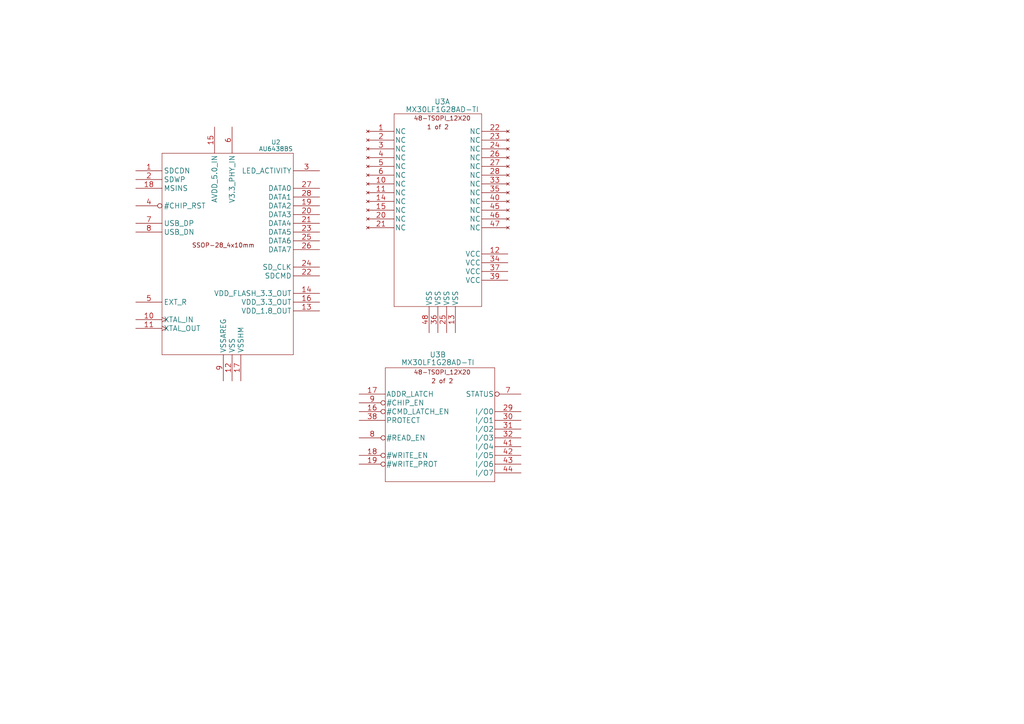
<source format=kicad_sch>
(kicad_sch (version 20230121) (generator eeschema)
  (paper "A4")
  (lib_symbols
    (symbol "html_accel_Symbols:AU6438BS"
      (property "Reference" "U2" (at 33.02 3.191 0))
      (property "Value" "AU6438BS" (at 33.02 1.27 0))
      (symbol "AU6438BS_0_1"
        (text "SSOP-28_4x10mm" (at 17.78 -26.67 0) (effects (font (size 1.27 1.27))))
      )
      (symbol "AU6438BS_1_1"
        (polyline (pts (xy 0 -58.42) (xy 38.1 -58.42)) (stroke (width 0.127)))
        (polyline (pts (xy 0 0) (xy 0 -58.42)) (stroke (width 0.127)))
        (polyline (pts (xy 38.1 -58.42) (xy 38.1 0)) (stroke (width 0.127)))
        (polyline (pts (xy 38.1 0) (xy 0 0)) (stroke (width 0.127)))
        (pin bidirectional line (at -7.62 -5.08 0) (length 7.62) (name "SDCDN") (number "1"))
        (pin input clock (at -7.62 -48.26 0) (length 7.62) (name "XTAL_IN") (number "10"))
        (pin input clock (at -7.62 -50.8 0) (length 7.62) (name "XTAL_OUT") (number "11"))
        (pin power_in line (at 20.32 -66.04 90) (length 7.62) (name "VSS") (number "12"))
        (pin power_out line (at 45.72 -45.72 180) (length 7.62) (name "VDD_1.8_OUT") (number "13"))
        (pin power_out line (at 45.72 -40.64 180) (length 7.62) (name "VDD_FLASH_3.3_OUT") (number "14"))
        (pin power_in line (at 15.24 7.62 270) (length 7.62) (name "AVDD_5.0_IN") (number "15"))
        (pin power_out line (at 45.72 -43.18 180) (length 7.62) (name "VDD_3.3_OUT") (number "16"))
        (pin power_in line (at 22.86 -66.04 90) (length 7.62) (name "VSSHM") (number "17"))
        (pin bidirectional line (at -7.62 -10.16 0) (length 7.62) (name "MSINS") (number "18"))
        (pin bidirectional line (at 45.72 -15.24 180) (length 7.62) (name "DATA2") (number "19"))
        (pin bidirectional line (at -7.62 -7.62 0) (length 7.62) (name "SDWP") (number "2"))
        (pin bidirectional line (at 45.72 -17.78 180) (length 7.62) (name "DATA3") (number "20"))
        (pin bidirectional line (at 45.72 -20.32 180) (length 7.62) (name "DATA4") (number "21"))
        (pin bidirectional line (at 45.72 -35.56 180) (length 7.62) (name "SDCMD") (number "22"))
        (pin bidirectional line (at 45.72 -22.86 180) (length 7.62) (name "DATA5") (number "23"))
        (pin bidirectional line (at 45.72 -33.02 180) (length 7.62) (name "SD_CLK") (number "24"))
        (pin bidirectional line (at 45.72 -25.4 180) (length 7.62) (name "DATA6") (number "25"))
        (pin bidirectional line (at 45.72 -27.94 180) (length 7.62) (name "DATA7") (number "26"))
        (pin bidirectional line (at 45.72 -10.16 180) (length 7.62) (name "DATA0") (number "27"))
        (pin bidirectional line (at 45.72 -12.7 180) (length 7.62) (name "DATA1") (number "28"))
        (pin output line (at 45.72 -5.08 180) (length 7.62) (name "LED_ACTIVITY") (number "3"))
        (pin input inverted (at -7.62 -15.24 0) (length 7.62) (name "#CHIP_RST") (number "4"))
        (pin input line (at -7.62 -43.18 0) (length 7.62) (name "EXT_R") (number "5"))
        (pin power_in line (at 20.32 7.62 270) (length 7.62) (name "V3.3_PHY_IN") (number "6"))
        (pin bidirectional line (at -7.62 -20.32 0) (length 7.62) (name "USB_DP") (number "7"))
        (pin bidirectional line (at -7.62 -22.86 0) (length 7.62) (name "USB_DN") (number "8"))
        (pin power_in line (at 17.78 -66.04 90) (length 7.62) (name "VSSAREG") (number "9"))
      )
    )
    (symbol "html_accel_Symbols:MX30LF1G28AD-TI" (pin_names (offset 0.254))
      (property "Reference" "U" (at 12.7 3.81 0))
      (property "Value" "MX30LF1G28AD-TI" (at 12.7 1.27 0))
      (symbol "MX30LF1G28AD-TI_1_0"
        (text "1 of 2" (at 12.7 -3.81 0) (effects (font (size 1.27 1.27))))
      )
      (symbol "MX30LF1G28AD-TI_1_1"
        (polyline (pts (xy 0 -55.88) (xy 25.4 -55.88)) (stroke (width 0.127)))
        (polyline (pts (xy 0 0) (xy 0 -55.88)) (stroke (width 0.127)))
        (polyline (pts (xy 25.4 -55.88) (xy 25.4 0)) (stroke (width 0.127)))
        (polyline (pts (xy 25.4 0) (xy 0 0)) (stroke (width 0.127)))
        (text "48-TSOPI_12X20" (at 13.97 -1.27 0) (effects (font (size 1.27 1.27))))
        (pin no_connect line (at -7.62 -5.08 0) (length 7.62) (name "NC") (number "1"))
        (pin no_connect line (at -7.62 -20.32 0) (length 7.62) (name "NC") (number "10"))
        (pin no_connect line (at -7.62 -22.86 0) (length 7.62) (name "NC") (number "11"))
        (pin power_in line (at 33.02 -40.64 180) (length 7.62) (name "VCC") (number "12"))
        (pin power_in line (at 17.78 -63.5 90) (length 7.62) (name "VSS") (number "13"))
        (pin no_connect line (at -7.62 -25.4 0) (length 7.62) (name "NC") (number "14"))
        (pin no_connect line (at -7.62 -27.94 0) (length 7.62) (name "NC") (number "15"))
        (pin no_connect line (at -7.62 -7.62 0) (length 7.62) (name "NC") (number "2"))
        (pin no_connect line (at -7.62 -30.48 0) (length 7.62) (name "NC") (number "20"))
        (pin no_connect line (at -7.62 -33.02 0) (length 7.62) (name "NC") (number "21"))
        (pin no_connect line (at 33.02 -5.08 180) (length 7.62) (name "NC") (number "22"))
        (pin no_connect line (at 33.02 -7.62 180) (length 7.62) (name "NC") (number "23"))
        (pin no_connect line (at 33.02 -10.16 180) (length 7.62) (name "NC") (number "24"))
        (pin power_in line (at 15.24 -63.5 90) (length 7.62) (name "VSS") (number "25"))
        (pin no_connect line (at 33.02 -12.7 180) (length 7.62) (name "NC") (number "26"))
        (pin no_connect line (at 33.02 -15.24 180) (length 7.62) (name "NC") (number "27"))
        (pin no_connect line (at 33.02 -17.78 180) (length 7.62) (name "NC") (number "28"))
        (pin no_connect line (at -7.62 -10.16 0) (length 7.62) (name "NC") (number "3"))
        (pin no_connect line (at 33.02 -20.32 180) (length 7.62) (name "NC") (number "33"))
        (pin power_in line (at 33.02 -43.18 180) (length 7.62) (name "VCC") (number "34"))
        (pin no_connect line (at 33.02 -22.86 180) (length 7.62) (name "NC") (number "35"))
        (pin power_in line (at 12.7 -63.5 90) (length 7.62) (name "VSS") (number "36"))
        (pin power_in line (at 33.02 -45.72 180) (length 7.62) (name "VCC") (number "37"))
        (pin power_in line (at 33.02 -48.26 180) (length 7.62) (name "VCC") (number "39"))
        (pin no_connect line (at -7.62 -12.7 0) (length 7.62) (name "NC") (number "4"))
        (pin no_connect line (at 33.02 -25.4 180) (length 7.62) (name "NC") (number "40"))
        (pin no_connect line (at 33.02 -27.94 180) (length 7.62) (name "NC") (number "45"))
        (pin no_connect line (at 33.02 -30.48 180) (length 7.62) (name "NC") (number "46"))
        (pin no_connect line (at 33.02 -33.02 180) (length 7.62) (name "NC") (number "47"))
        (pin power_in line (at 10.16 -63.5 90) (length 7.62) (name "VSS") (number "48"))
        (pin no_connect line (at -7.62 -15.24 0) (length 7.62) (name "NC") (number "5"))
        (pin no_connect line (at -7.62 -17.78 0) (length 7.62) (name "NC") (number "6"))
      )
      (symbol "MX30LF1G28AD-TI_2_0"
        (text "2 of 2" (at 16.51 -3.81 0) (effects (font (size 1.27 1.27))))
      )
      (symbol "MX30LF1G28AD-TI_2_1"
        (polyline (pts (xy 0 -33.02) (xy 31.75 -33.02)) (stroke (width 0.127)))
        (polyline (pts (xy 0 0) (xy 0 -33.02)) (stroke (width 0.127)))
        (polyline (pts (xy 31.75 -33.02) (xy 31.75 0)) (stroke (width 0.127)))
        (polyline (pts (xy 31.75 0) (xy 0 0)) (stroke (width 0.127)))
        (text "48-TSOPI_12X20" (at 16.51 -1.27 0) (effects (font (size 1.27 1.27))))
        (pin input inverted (at -7.62 -12.7 0) (length 7.62) (name "#CMD_LATCH_EN") (number "16"))
        (pin input line (at -7.62 -7.62 0) (length 7.62) (name "ADDR_LATCH") (number "17"))
        (pin input inverted (at -7.62 -25.4 0) (length 7.62) (name "#WRITE_EN") (number "18"))
        (pin input inverted (at -7.62 -27.94 0) (length 7.62) (name "#WRITE_PROT") (number "19"))
        (pin bidirectional line (at 39.37 -12.7 180) (length 7.62) (name "I/O0") (number "29"))
        (pin bidirectional line (at 39.37 -15.24 180) (length 7.62) (name "I/O1") (number "30"))
        (pin bidirectional line (at 39.37 -17.78 180) (length 7.62) (name "I/O2") (number "31"))
        (pin bidirectional line (at 39.37 -20.32 180) (length 7.62) (name "I/O3") (number "32"))
        (pin input line (at -7.62 -15.24 0) (length 7.62) (name "PROTECT") (number "38"))
        (pin bidirectional line (at 39.37 -22.86 180) (length 7.62) (name "I/O4") (number "41"))
        (pin bidirectional line (at 39.37 -25.4 180) (length 7.62) (name "I/O5") (number "42"))
        (pin bidirectional line (at 39.37 -27.94 180) (length 7.62) (name "I/O6") (number "43"))
        (pin bidirectional line (at 39.37 -30.48 180) (length 7.62) (name "I/O7") (number "44"))
        (pin output inverted (at 39.37 -7.62 180) (length 7.62) (name "STATUS") (number "7"))
        (pin input inverted (at -7.62 -20.32 0) (length 7.62) (name "#READ_EN") (number "8"))
        (pin input inverted (at -7.62 -10.16 0) (length 7.62) (name "#CHIP_EN") (number "9"))
      )
    )
  )
  (symbol (lib_id "html_accel_Symbols:AU6438BS") (at 323.85 97.79 0) (unit 1)
    (property "Reference" "U5" (at 336.55 92.9226 0))
    (property "Value" "AU6438BS" (at 336.55 94.8436 0))
    (property "Footprint" "Package_SO:SSOP-28_3.9x9.9mm_P0.635mm" (at 336.55 96.7646 0))
  )
  (symbol (lib_id "html_accel_Symbols:AU6438BS") (at 326.39 175.26 0) (unit 1)
    (property "Reference" "U7" (at 339.09 170.3926 0))
    (property "Value" "AU6438BS" (at 339.09 172.3136 0))
    (property "Footprint" "Package_SO:SSOP-28_3.9x9.9mm_P0.635mm" (at 339.09 174.2346 0))
    (instances (project "html_accelerator" (path "" (reference "U7") (unit 1)) (path "" (reference "U6") (unit 1))))
  )
  (symbol (lib_id "html_accel_Symbols:MX30LF1G28AD-TI") (at 389.89 54.61 0) (unit 1)
    (property "Reference" "U8" (at 410.21 46.2104 0) (effects (font (size 1.524 1.524))))
    (property "Value" "MX30LF1G28AD-TI" (at 410.21 48.4646 0) (effects (font (size 1.524 1.524))))
    (property "Footprint" "html_accel_footprints:MX30LF1G28AD-TI" (effects hide))
    (instances (project "html_accelerator" (path "" (reference "U8") (unit 1)) (path "" (reference "U7") (unit 1))))
  )
  (symbol (lib_id "html_accel_Symbols:MX30LF1G28AD-TI") (at 468.63 54.61 0) (unit 1)
    (property "Reference" "U10" (at 488.95 46.2104 0) (effects (font (size 1.524 1.524))))
    (property "Value" "MX30LF1G28AD-TI" (at 488.95 48.4646 0) (effects (font (size 1.524 1.524))))
    (property "Footprint" "html_accel_footprints:MX30LF1G28AD-TI" (effects hide))
    (instances (project "html_accelerator" (path "" (reference "U10") (unit 1)) (path "" (reference "U9") (unit 1))))
  )
  (symbol (lib_id "html_accel_Symbols:AU6438BS") (at 318.77 20.32 0) (unit 1)
    (property "Reference" "U4" (at 331.47 15.4526 0))
    (property "Value" "AU6438BS" (at 331.47 17.3736 0))
    (property "Footprint" "Package_SO:SSOP-28_3.9x9.9mm_P0.635mm" (at 331.47 19.2946 0))
  )
  (symbol (lib_id "html_accel_Symbols:MX30LF1G28AD-TI") (at 427.99 54.61 0) (unit 1)
    (property "Reference" "U9" (at 448.31 46.2104 0) (effects (font (size 1.524 1.524))))
    (property "Value" "MX30LF1G28AD-TI" (at 448.31 48.4646 0) (effects (font (size 1.524 1.524))))
    (property "Footprint" "html_accel_footprints:MX30LF1G28AD-TI" (effects hide))
    (instances (project "html_accelerator" (path "" (reference "U9") (unit 1)) (path "" (reference "U8") (unit 1))))
  )
  (symbol (lib_id "html_accel_Symbols:MX30LF1G28AD-TI") (at 114.3 33.02 0) (unit 1)
    (property "Reference" "U3" (at 128.27 29.4958 0) (effects (font (size 1.524 1.524))))
    (property "Value" "MX30LF1G28AD-TI" (at 128.27 31.75 0) (effects (font (size 1.524 1.524))))
    (property "Footprint" "html_accel_footprints:MX30LF1G28AD-TI" (effects hide))
  )
  (symbol (lib_id "html_accel_Symbols:MX30LF1G28AD-TI") (at 427.99 128.27 0) (unit 2)
    (property "Reference" "U9" (at 448.31 119.8704 0) (effects (font (size 1.524 1.524))))
    (property "Value" "MX30LF1G28AD-TI" (at 448.31 122.1246 0) (effects (font (size 1.524 1.524))))
    (property "Footprint" "html_accel_footprints:MX30LF1G28AD-TI" (effects hide))
    (instances (project "html_accelerator" (path "" (reference "U9") (unit 2)) (path "" (reference "U8") (unit 2))))
  )
  (symbol (lib_id "html_accel_Symbols:MX30LF1G28AD-TI") (at 468.63 128.27 0) (unit 2)
    (property "Reference" "U10" (at 488.95 119.8704 0) (effects (font (size 1.524 1.524))))
    (property "Value" "MX30LF1G28AD-TI" (at 488.95 122.1246 0) (effects (font (size 1.524 1.524))))
    (property "Footprint" "html_accel_footprints:MX30LF1G28AD-TI" (effects hide))
    (instances (project "html_accelerator" (path "" (reference "U10") (unit 2)) (path "" (reference "U9") (unit 2))))
  )
  (symbol (lib_id "html_accel_Symbols:AU6438BS") (at 46.99 44.45 0) (unit 1)
    (property "Reference" "U2" (at 80.01 41.259 0))
    (property "Value" "AU6438BS" (at 80.01 43.18 0))
    (property "Footprint" "Package_SO:SSOP-28_3.9x9.9mm_P0.635mm" (effects hide))
  )
  (symbol (lib_id "html_accel_Symbols:MX30LF1G28AD-TI") (at 111.76 106.68 0) (unit 2)
    (property "Reference" "U3" (at 127 102.87 0) (effects (font (size 1.524 1.524))))
    (property "Value" "MX30LF1G28AD-TI" (at 127 105.1242 0) (effects (font (size 1.524 1.524))))
    (property "Footprint" "html_accel_footprints:MX30LF1G28AD-TI" (effects hide))
  )
  (symbol (lib_id "html_accel_Symbols:MX30LF1G28AD-TI") (at 389.89 128.27 0) (unit 2)
    (property "Reference" "U8" (at 410.21 119.8704 0) (effects (font (size 1.524 1.524))))
    (property "Value" "MX30LF1G28AD-TI" (at 410.21 122.1246 0) (effects (font (size 1.524 1.524))))
    (property "Footprint" "html_accel_footprints:MX30LF1G28AD-TI" (effects hide))
    (instances (project "html_accelerator" (path "" (reference "U8") (unit 2)) (path "" (reference "U7") (unit 2))))
  )
)
</source>
